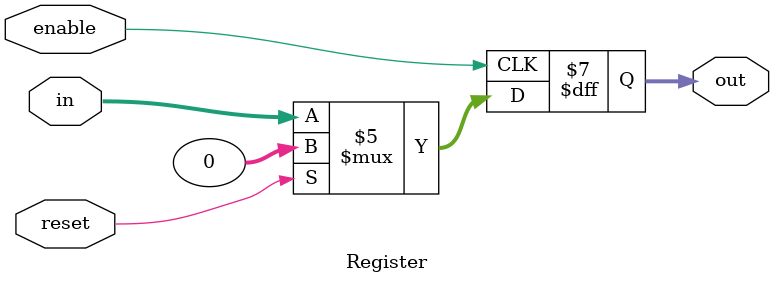
<source format=v>
`timescale 1ns / 1ps



module Register#(parameter in_size = 32)(
    input [in_size-1:0] in,
    input enable,
    input reset,
    output reg [in_size-1:0] out
    );
    
    initial begin
    out=0;
    end
    
    always@(posedge enable)
    begin
    if(reset == 1)begin
        out = 0;
    end
    else
    out = in;
    end
    
    
endmodule

</source>
